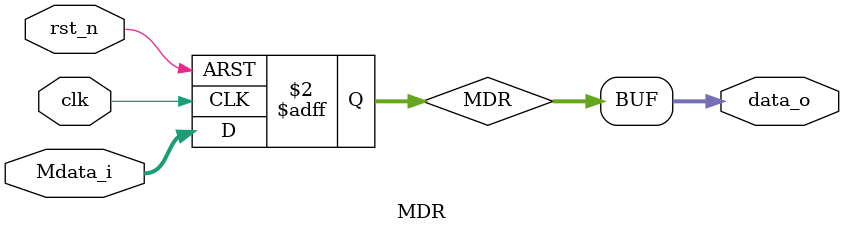
<source format=v>
module MDR(
  input clk,
  input rst_n,
  input [31:0] Mdata_i,//Regfile Read-data1
  
  output [31:0] data_o
  );
  reg [31:0] MDR;
  always@(posedge clk or posedge rst_n)
  begin
    if (rst_n)
      MDR <= 32'h0;
    else
      MDR <= Mdata_i;
  end
  assign data_o = MDR;
endmodule




</source>
